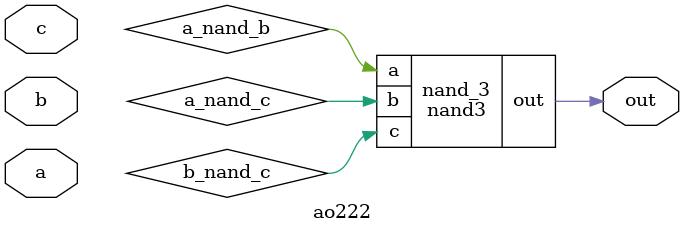
<source format=v>
module nand2( out, a, b);
  output out;
  input a, b;
endmodule

module nand3( out, a,b,c);
  output out;
  input a,b,c;
endmodule


module ao222(out, a,b,c);
  output out;
  input a,b,c;
  wire a_nand_b, a_nand_c, b_nand_c;
  nand2 nand_0(a_namd_b, a, b );
  nand2 nand_1(a_namd_c, a, c );
  nand2 nand_2(b_namd_c, b, c );
  nand3 nand_3(out, a_nand_b,a_nand_c, b_nand_c);
endmodule

</source>
